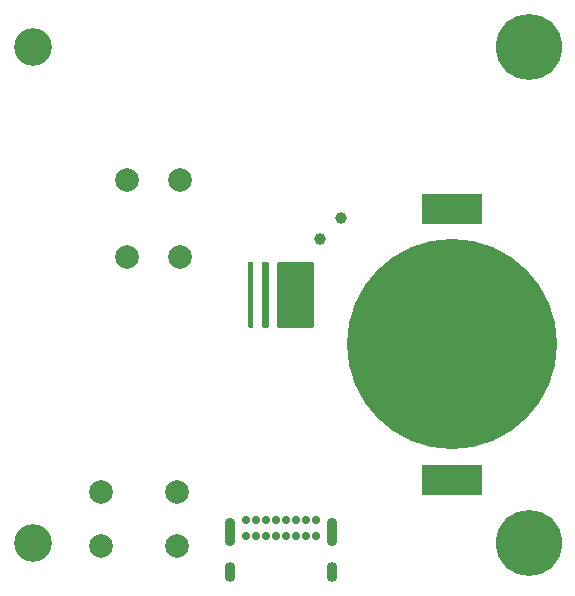
<source format=gbr>
%TF.GenerationSoftware,KiCad,Pcbnew,8.0.7*%
%TF.CreationDate,2025-01-28T02:28:24+13:00*%
%TF.ProjectId,Housens-L,486f7573-656e-4732-9d4c-2e6b69636164,001*%
%TF.SameCoordinates,Original*%
%TF.FileFunction,Soldermask,Bot*%
%TF.FilePolarity,Negative*%
%FSLAX46Y46*%
G04 Gerber Fmt 4.6, Leading zero omitted, Abs format (unit mm)*
G04 Created by KiCad (PCBNEW 8.0.7) date 2025-01-28 02:28:24*
%MOMM*%
%LPD*%
G01*
G04 APERTURE LIST*
%ADD10C,3.200000*%
%ADD11C,5.600000*%
%ADD12C,0.700000*%
%ADD13O,0.900000X2.400000*%
%ADD14O,0.900000X1.700000*%
%ADD15C,2.000000*%
%ADD16C,1.000000*%
%ADD17R,5.100000X2.500000*%
%ADD18C,17.800000*%
G04 APERTURE END LIST*
D10*
%TO.C,H1*%
X64000000Y-84000000D03*
%TD*%
D11*
%TO.C,H2*%
X106000000Y-84000000D03*
%TD*%
%TO.C,H3*%
X106000000Y-126000000D03*
%TD*%
D10*
%TO.C,H4*%
X64000000Y-126000000D03*
%TD*%
D12*
%TO.C,J2*%
X82050000Y-124100000D03*
X82900000Y-124100000D03*
X83750000Y-124100000D03*
X84600000Y-124100000D03*
X85450000Y-124100000D03*
X86300000Y-124100000D03*
X87150000Y-124100000D03*
X88000000Y-124100000D03*
X88000000Y-125450000D03*
X87150000Y-125450000D03*
X86300000Y-125450000D03*
X85450000Y-125450000D03*
X84600000Y-125450000D03*
X83750000Y-125450000D03*
X82900000Y-125450000D03*
X82050000Y-125450000D03*
D13*
X80700000Y-125080000D03*
D14*
X80700000Y-128460000D03*
D13*
X89350000Y-125080000D03*
D14*
X89350000Y-128460000D03*
%TD*%
D15*
%TO.C,SW2*%
X76250000Y-126250000D03*
X69750000Y-126250000D03*
X76250000Y-121750000D03*
X69750000Y-121750000D03*
%TD*%
D16*
%TO.C,Y2*%
X88300000Y-100300000D03*
X90096051Y-98503949D03*
%TD*%
D17*
%TO.C,BT1*%
X99500000Y-120650000D03*
D18*
X99500000Y-109200000D03*
D17*
X99500000Y-97750000D03*
%TD*%
D15*
%TO.C,SW1*%
X72000000Y-95300000D03*
X72000000Y-101800000D03*
X76500000Y-95300000D03*
X76500000Y-101800000D03*
%TD*%
G36*
X82615677Y-102219685D02*
G01*
X82636319Y-102236319D01*
X82663681Y-102263681D01*
X82697166Y-102325004D01*
X82700000Y-102351362D01*
X82700000Y-107648638D01*
X82680315Y-107715677D01*
X82663681Y-107736319D01*
X82636319Y-107763681D01*
X82574996Y-107797166D01*
X82548638Y-107800000D01*
X82351362Y-107800000D01*
X82284323Y-107780315D01*
X82263681Y-107763681D01*
X82236319Y-107736319D01*
X82202834Y-107674996D01*
X82200000Y-107648638D01*
X82200000Y-102351362D01*
X82219685Y-102284323D01*
X82236319Y-102263681D01*
X82263681Y-102236319D01*
X82325004Y-102202834D01*
X82351362Y-102200000D01*
X82548638Y-102200000D01*
X82615677Y-102219685D01*
G37*
G36*
X83915677Y-102219685D02*
G01*
X83936319Y-102236319D01*
X83963681Y-102263681D01*
X83997166Y-102325004D01*
X84000000Y-102351362D01*
X84000000Y-107648638D01*
X83980315Y-107715677D01*
X83963681Y-107736319D01*
X83936319Y-107763681D01*
X83874996Y-107797166D01*
X83848638Y-107800000D01*
X83551362Y-107800000D01*
X83484323Y-107780315D01*
X83463681Y-107763681D01*
X83436319Y-107736319D01*
X83402834Y-107674996D01*
X83400000Y-107648638D01*
X83400000Y-102351362D01*
X83419685Y-102284323D01*
X83436319Y-102263681D01*
X83463681Y-102236319D01*
X83525004Y-102202834D01*
X83551362Y-102200000D01*
X83848638Y-102200000D01*
X83915677Y-102219685D01*
G37*
G36*
X87715677Y-102219685D02*
G01*
X87736319Y-102236319D01*
X87763681Y-102263681D01*
X87797166Y-102325004D01*
X87800000Y-102351362D01*
X87800000Y-107648638D01*
X87780315Y-107715677D01*
X87763681Y-107736319D01*
X87736319Y-107763681D01*
X87674996Y-107797166D01*
X87648638Y-107800000D01*
X84851362Y-107800000D01*
X84784323Y-107780315D01*
X84763681Y-107763681D01*
X84736319Y-107736319D01*
X84702834Y-107674996D01*
X84700000Y-107648638D01*
X84700000Y-102351362D01*
X84719685Y-102284323D01*
X84736319Y-102263681D01*
X84763681Y-102236319D01*
X84825004Y-102202834D01*
X84851362Y-102200000D01*
X87648638Y-102200000D01*
X87715677Y-102219685D01*
G37*
M02*

</source>
